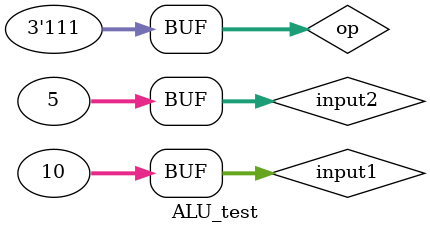
<source format=v>
`timescale 1ns / 1ps


module ALU_test;

	// Inputs
	reg [31:0] input1;
	reg [31:0] input2;
	reg [2:0] op;

	// Outputs
	wire [31:0] out;

	// Instantiate the Unit Under Test (UUT)
	ALU uut (
		.input1(input1), 
		.input2(input2), 
		.op(op), 
		.out(out)
	);

	initial begin
		// Initialize Inputs
		input1 = 10;
		input2 = 5;

      op = 3'b000; #20;
      op = 3'b001; #20;
      op = 3'b010; #20;
      op = 3'b011; #20;
      op = 3'b100; #20;
      op = 3'b101; #20;
      op = 3'b110; #20;
      op = 3'b111; #20;
	end
      
endmodule


</source>
